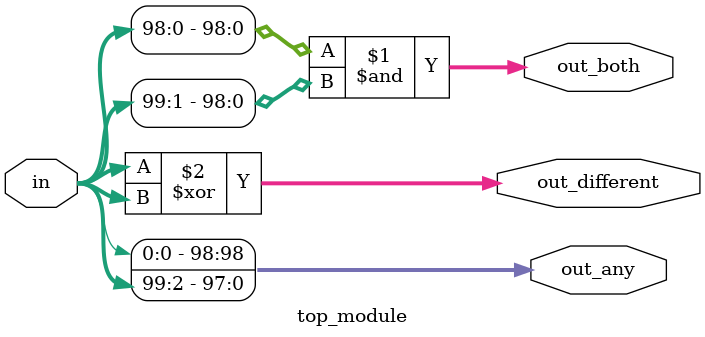
<source format=sv>
module top_module (
    input [99:0] in,
    output [98:0] out_both,
    output [99:1] out_any,
    output [99:0] out_different
);

    assign out_both = in[98:0] & in[99:1];
    
    assign out_any = {in[1:0], in[99:2]};
    
    assign out_different = in ^ {in[99], in[98:0]};

endmodule

</source>
